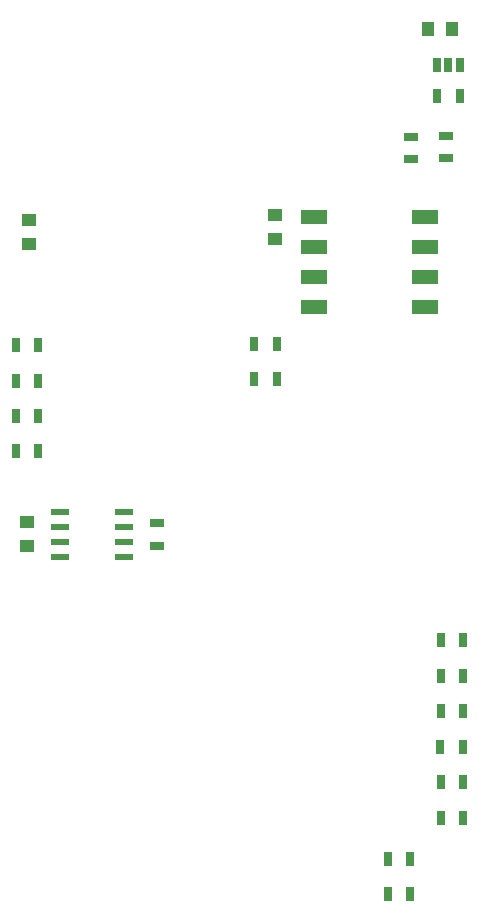
<source format=gbr>
G04 #@! TF.GenerationSoftware,KiCad,Pcbnew,(5.1.2-1)-1*
G04 #@! TF.CreationDate,2019-06-05T17:00:04-02:30*
G04 #@! TF.ProjectId,BeagleCape V2,42656167-6c65-4436-9170-652056322e6b,rev?*
G04 #@! TF.SameCoordinates,Original*
G04 #@! TF.FileFunction,Paste,Top*
G04 #@! TF.FilePolarity,Positive*
%FSLAX46Y46*%
G04 Gerber Fmt 4.6, Leading zero omitted, Abs format (unit mm)*
G04 Created by KiCad (PCBNEW (5.1.2-1)-1) date 2019-06-05 17:00:04*
%MOMM*%
%LPD*%
G04 APERTURE LIST*
%ADD10R,2.200000X1.143000*%
%ADD11R,1.250000X1.000000*%
%ADD12R,0.700000X1.300000*%
%ADD13R,1.000000X1.250000*%
%ADD14R,1.300000X0.700000*%
%ADD15R,0.650000X1.220000*%
%ADD16R,1.550000X0.600000*%
G04 APERTURE END LIST*
D10*
X158070100Y-68572400D03*
X148670100Y-68572400D03*
X158070100Y-71112400D03*
X148670100Y-71112400D03*
X158070100Y-73652400D03*
X148670100Y-73652400D03*
X158070100Y-76192400D03*
X148670100Y-76192400D03*
D11*
X124545100Y-68782400D03*
X124545100Y-70782400D03*
X145370100Y-70382400D03*
X145370100Y-68382400D03*
D12*
X125320100Y-82382400D03*
X123420100Y-82382400D03*
X123420100Y-85382400D03*
X125320100Y-85382400D03*
X145545100Y-79257400D03*
X143645100Y-79257400D03*
X143645100Y-82257400D03*
X145545100Y-82257400D03*
X123420100Y-79382400D03*
X125320100Y-79382400D03*
X125320100Y-88382400D03*
X123420100Y-88382400D03*
D13*
X160370100Y-52632400D03*
X158370100Y-52632400D03*
D14*
X159870100Y-61682400D03*
X159870100Y-63582400D03*
X156870100Y-63632400D03*
X156870100Y-61732400D03*
D15*
X161020100Y-58252400D03*
X159120100Y-58252400D03*
X159120100Y-55632400D03*
X160070100Y-55632400D03*
X161020100Y-55632400D03*
D11*
X124370100Y-94382400D03*
X124370100Y-96382400D03*
D14*
X135370100Y-94482400D03*
X135370100Y-96382400D03*
D12*
X159420100Y-104382400D03*
X161320100Y-104382400D03*
X161270100Y-113382400D03*
X159370100Y-113382400D03*
X159420100Y-119382400D03*
X161320100Y-119382400D03*
X156820100Y-122882400D03*
X154920100Y-122882400D03*
X159420100Y-116382400D03*
X161320100Y-116382400D03*
X161320100Y-107382400D03*
X159420100Y-107382400D03*
X159420100Y-110382400D03*
X161320100Y-110382400D03*
X156820100Y-125882400D03*
X154920100Y-125882400D03*
D16*
X127170100Y-93477400D03*
X127170100Y-94747400D03*
X127170100Y-96017400D03*
X127170100Y-97287400D03*
X132570100Y-97287400D03*
X132570100Y-96017400D03*
X132570100Y-94747400D03*
X132570100Y-93477400D03*
M02*

</source>
